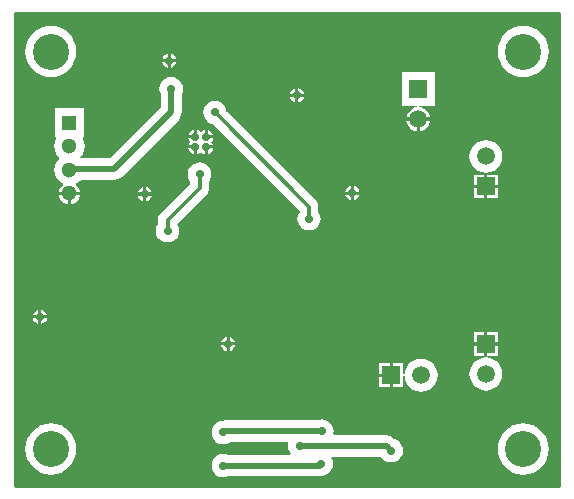
<source format=gbl>
G04 Layer_Physical_Order=2*
G04 Layer_Color=16711680*
%FSLAX42Y42*%
%MOMM*%
G71*
G01*
G75*
%ADD32C,0.25*%
%ADD33C,0.51*%
%ADD34C,0.30*%
%ADD36C,1.30*%
%ADD37R,1.20X1.20*%
%ADD38C,1.50*%
%ADD39R,1.50X1.50*%
%ADD40R,1.52X1.52*%
%ADD41C,1.52*%
%ADD42R,1.52X1.52*%
%ADD43C,3.05*%
%ADD44C,0.71*%
G36*
X7595Y7493D02*
Y3505D01*
X7582Y3492D01*
X7569Y3505D01*
X3006D01*
X2997Y3514D01*
X3000Y7491D01*
X3009Y7500D01*
X7595Y7493D01*
D02*
G37*
%LPC*%
G36*
X3197Y4990D02*
X3186Y4987D01*
X3166Y4974D01*
X3153Y4954D01*
X3150Y4943D01*
X3197D01*
Y4990D01*
D02*
G37*
G36*
X3223D02*
Y4943D01*
X3270D01*
X3267Y4954D01*
X3254Y4974D01*
X3234Y4987D01*
X3223Y4990D01*
D02*
G37*
G36*
X4562Y6237D02*
X4536Y6233D01*
X4512Y6223D01*
X4491Y6207D01*
X4475Y6187D01*
X4465Y6162D01*
X4462Y6137D01*
X4465Y6111D01*
X4475Y6087D01*
X4482Y6077D01*
Y6053D01*
X4234Y5804D01*
X4221Y5788D01*
X4213Y5769D01*
X4211Y5748D01*
X4211Y5748D01*
Y5718D01*
X4204Y5709D01*
X4194Y5685D01*
X4190Y5659D01*
X4194Y5633D01*
X4204Y5609D01*
X4219Y5588D01*
X4240Y5573D01*
X4264Y5563D01*
X4290Y5559D01*
X4316Y5563D01*
X4340Y5573D01*
X4361Y5588D01*
X4377Y5609D01*
X4387Y5633D01*
X4390Y5659D01*
X4387Y5685D01*
X4377Y5709D01*
X4371Y5717D01*
X4618Y5964D01*
X4618Y5964D01*
X4631Y5980D01*
X4639Y5999D01*
X4641Y6020D01*
X4641Y6020D01*
Y6077D01*
X4648Y6087D01*
X4658Y6111D01*
X4662Y6137D01*
X4658Y6162D01*
X4648Y6187D01*
X4632Y6207D01*
X4612Y6223D01*
X4588Y6233D01*
X4562Y6237D01*
D02*
G37*
G36*
X4816Y4761D02*
Y4714D01*
X4863D01*
X4861Y4725D01*
X4847Y4745D01*
X4827Y4759D01*
X4816Y4761D01*
D02*
G37*
G36*
X3197Y4917D02*
X3150D01*
X3153Y4906D01*
X3166Y4886D01*
X3186Y4873D01*
X3197Y4870D01*
Y4917D01*
D02*
G37*
G36*
X3270D02*
X3223D01*
Y4870D01*
X3234Y4873D01*
X3254Y4886D01*
X3267Y4906D01*
X3270Y4917D01*
D02*
G37*
G36*
X4691Y6760D02*
X4666Y6756D01*
X4641Y6746D01*
X4621Y6731D01*
X4605Y6710D01*
X4595Y6686D01*
X4591Y6660D01*
X4595Y6634D01*
X4605Y6610D01*
X4621Y6589D01*
X4641Y6573D01*
X4666Y6563D01*
X4677Y6562D01*
X5410Y5829D01*
Y5820D01*
X5402Y5811D01*
X5392Y5787D01*
X5389Y5761D01*
X5392Y5735D01*
X5402Y5711D01*
X5418Y5690D01*
X5439Y5674D01*
X5463Y5664D01*
X5489Y5661D01*
X5515Y5664D01*
X5539Y5674D01*
X5560Y5690D01*
X5575Y5711D01*
X5585Y5735D01*
X5589Y5761D01*
X5585Y5787D01*
X5575Y5811D01*
X5568Y5820D01*
Y5862D01*
X5568Y5862D01*
X5567Y5873D01*
X5566Y5883D01*
X5558Y5902D01*
X5545Y5918D01*
X5545Y5918D01*
X4789Y6674D01*
X4788Y6686D01*
X4778Y6710D01*
X4762Y6731D01*
X4741Y6746D01*
X4717Y6756D01*
X4691Y6760D01*
D02*
G37*
G36*
X4157Y5956D02*
X4110D01*
Y5909D01*
X4121Y5912D01*
X4141Y5925D01*
X4154Y5945D01*
X4157Y5956D01*
D02*
G37*
G36*
X5842Y5964D02*
X5795D01*
X5797Y5953D01*
X5811Y5933D01*
X5831Y5919D01*
X5842Y5917D01*
Y5964D01*
D02*
G37*
G36*
X5914D02*
X5867D01*
Y5917D01*
X5878Y5919D01*
X5899Y5933D01*
X5912Y5953D01*
X5914Y5964D01*
D02*
G37*
G36*
X3447Y5961D02*
X3370D01*
X3372Y5950D01*
X3381Y5928D01*
X3396Y5909D01*
X3414Y5895D01*
X3436Y5886D01*
X3447Y5884D01*
Y5961D01*
D02*
G37*
G36*
X3550D02*
X3473D01*
Y5884D01*
X3484Y5886D01*
X3506Y5895D01*
X3524Y5909D01*
X3539Y5928D01*
X3548Y5950D01*
X3550Y5961D01*
D02*
G37*
G36*
X4084Y5956D02*
X4037D01*
X4040Y5945D01*
X4053Y5925D01*
X4073Y5912D01*
X4084Y5909D01*
Y5956D01*
D02*
G37*
G36*
X4790Y4761D02*
X4779Y4759D01*
X4759Y4745D01*
X4746Y4725D01*
X4744Y4714D01*
X4790D01*
Y4761D01*
D02*
G37*
G36*
X6985Y4585D02*
X6949Y4580D01*
X6915Y4566D01*
X6886Y4544D01*
X6864Y4515D01*
X6850Y4481D01*
X6845Y4445D01*
X6850Y4409D01*
X6864Y4375D01*
X6886Y4346D01*
X6915Y4324D01*
X6949Y4310D01*
X6985Y4305D01*
X7021Y4310D01*
X7055Y4324D01*
X7084Y4346D01*
X7106Y4375D01*
X7120Y4409D01*
X7125Y4445D01*
X7120Y4481D01*
X7106Y4515D01*
X7084Y4544D01*
X7055Y4566D01*
X7021Y4580D01*
X6985Y4585D01*
D02*
G37*
G36*
X6170Y4422D02*
X6081D01*
Y4333D01*
X6170D01*
Y4422D01*
D02*
G37*
G36*
X6436Y4576D02*
X6400Y4571D01*
X6366Y4557D01*
X6337Y4535D01*
X6314Y4505D01*
X6300Y4471D01*
X6297Y4444D01*
X6284Y4445D01*
Y4536D01*
X6195D01*
Y4435D01*
Y4333D01*
X6284D01*
Y4425D01*
X6297Y4426D01*
X6300Y4398D01*
X6314Y4364D01*
X6337Y4335D01*
X6366Y4313D01*
X6400Y4299D01*
X6436Y4294D01*
X6473Y4299D01*
X6507Y4313D01*
X6536Y4335D01*
X6558Y4364D01*
X6572Y4398D01*
X6577Y4435D01*
X6572Y4471D01*
X6558Y4505D01*
X6536Y4535D01*
X6507Y4557D01*
X6473Y4571D01*
X6436Y4576D01*
D02*
G37*
G36*
X3302Y4027D02*
X3260Y4023D01*
X3219Y4010D01*
X3181Y3990D01*
X3149Y3963D01*
X3122Y3931D01*
X3102Y3893D01*
X3089Y3852D01*
X3085Y3810D01*
X3089Y3768D01*
X3102Y3727D01*
X3122Y3689D01*
X3149Y3657D01*
X3181Y3630D01*
X3219Y3610D01*
X3260Y3597D01*
X3302Y3593D01*
X3344Y3597D01*
X3385Y3610D01*
X3423Y3630D01*
X3455Y3657D01*
X3482Y3689D01*
X3502Y3727D01*
X3515Y3768D01*
X3519Y3810D01*
X3515Y3852D01*
X3502Y3893D01*
X3482Y3931D01*
X3455Y3963D01*
X3423Y3990D01*
X3385Y4010D01*
X3344Y4023D01*
X3302Y4027D01*
D02*
G37*
G36*
X7303D02*
X7260Y4023D01*
X7219Y4010D01*
X7182Y3990D01*
X7149Y3963D01*
X7122Y3931D01*
X7102Y3893D01*
X7090Y3852D01*
X7086Y3810D01*
X7090Y3768D01*
X7102Y3727D01*
X7122Y3689D01*
X7149Y3657D01*
X7182Y3630D01*
X7219Y3610D01*
X7260Y3597D01*
X7303Y3593D01*
X7345Y3597D01*
X7386Y3610D01*
X7423Y3630D01*
X7456Y3657D01*
X7483Y3689D01*
X7503Y3727D01*
X7515Y3768D01*
X7519Y3810D01*
X7515Y3852D01*
X7503Y3893D01*
X7483Y3931D01*
X7456Y3963D01*
X7423Y3990D01*
X7386Y4010D01*
X7345Y4023D01*
X7303Y4027D01*
D02*
G37*
G36*
X5598Y4062D02*
X5572Y4059D01*
X5556Y4052D01*
X4775D01*
X4752Y4049D01*
X4749Y4048D01*
X4737Y4046D01*
X4713Y4036D01*
X4692Y4020D01*
X4676Y4000D01*
X4666Y3976D01*
X4663Y3950D01*
X4666Y3924D01*
X4676Y3900D01*
X4692Y3879D01*
X4713Y3863D01*
X4737Y3853D01*
X4762Y3850D01*
X4788Y3853D01*
X4812Y3863D01*
X4825Y3873D01*
X5307D01*
X5313Y3864D01*
X5314Y3860D01*
X5310Y3835D01*
X5314Y3810D01*
X5324Y3785D01*
X5333Y3773D01*
X5327Y3760D01*
X4805D01*
X4788Y3767D01*
X4762Y3770D01*
X4737Y3767D01*
X4713Y3757D01*
X4692Y3741D01*
X4676Y3720D01*
X4666Y3696D01*
X4663Y3670D01*
X4666Y3644D01*
X4676Y3620D01*
X4692Y3600D01*
X4713Y3584D01*
X4737Y3574D01*
X4762Y3570D01*
X4788Y3574D01*
X4805Y3581D01*
X5578D01*
X5601Y3584D01*
X5604Y3585D01*
X5616Y3586D01*
X5640Y3596D01*
X5661Y3612D01*
X5677Y3633D01*
X5687Y3657D01*
X5690Y3683D01*
X5687Y3709D01*
X5677Y3733D01*
X5676Y3734D01*
X5682Y3746D01*
X6100D01*
X6114Y3727D01*
X6135Y3711D01*
X6159Y3701D01*
X6185Y3697D01*
X6211Y3701D01*
X6235Y3711D01*
X6256Y3727D01*
X6271Y3747D01*
X6281Y3771D01*
X6285Y3797D01*
X6281Y3823D01*
X6271Y3847D01*
X6256Y3868D01*
X6235Y3884D01*
X6218Y3891D01*
X6210Y3899D01*
X6192Y3913D01*
X6170Y3922D01*
X6147Y3925D01*
X5701D01*
X5696Y3934D01*
X5695Y3938D01*
X5698Y3962D01*
X5695Y3988D01*
X5685Y4012D01*
X5669Y4033D01*
X5648Y4049D01*
X5624Y4059D01*
X5598Y4062D01*
D02*
G37*
G36*
X6170Y4536D02*
X6081D01*
Y4448D01*
X6170D01*
Y4536D01*
D02*
G37*
G36*
X4863Y4689D02*
X4816D01*
Y4642D01*
X4827Y4644D01*
X4847Y4658D01*
X4861Y4678D01*
X4863Y4689D01*
D02*
G37*
G36*
X6972Y4799D02*
X6885D01*
Y4712D01*
X6972D01*
Y4799D01*
D02*
G37*
G36*
X7085D02*
X6998D01*
Y4712D01*
X7085D01*
Y4799D01*
D02*
G37*
G36*
X6972Y4686D02*
X6885D01*
Y4599D01*
X6972D01*
Y4686D01*
D02*
G37*
G36*
X7085D02*
X6998D01*
Y4599D01*
X7085D01*
Y4686D01*
D02*
G37*
G36*
X4790Y4689D02*
X4744D01*
X4746Y4678D01*
X4759Y4658D01*
X4779Y4644D01*
X4790Y4642D01*
Y4689D01*
D02*
G37*
G36*
X5372Y6792D02*
X5325D01*
X5327Y6781D01*
X5341Y6761D01*
X5361Y6747D01*
X5372Y6745D01*
Y6792D01*
D02*
G37*
G36*
X5444D02*
X5397D01*
Y6745D01*
X5409Y6747D01*
X5429Y6761D01*
X5442Y6781D01*
X5444Y6792D01*
D02*
G37*
G36*
X5372Y6864D02*
X5361Y6862D01*
X5341Y6849D01*
X5327Y6828D01*
X5325Y6817D01*
X5372D01*
Y6864D01*
D02*
G37*
G36*
X6553Y6998D02*
X6274D01*
Y6718D01*
X6406D01*
X6407Y6706D01*
X6387Y6703D01*
X6362Y6693D01*
X6341Y6676D01*
X6325Y6655D01*
X6315Y6631D01*
X6313Y6617D01*
X6414D01*
X6514D01*
X6512Y6631D01*
X6502Y6655D01*
X6486Y6676D01*
X6465Y6693D01*
X6440Y6703D01*
X6420Y6706D01*
X6421Y6718D01*
X6553D01*
Y6998D01*
D02*
G37*
G36*
X4605Y6514D02*
X4594Y6512D01*
X4574Y6498D01*
X4570D01*
X4550Y6512D01*
X4539Y6514D01*
Y6454D01*
X4526D01*
Y6441D01*
X4467D01*
X4469Y6430D01*
X4482Y6411D01*
X4469Y6392D01*
X4467Y6380D01*
X4526D01*
Y6368D01*
X4539D01*
Y6308D01*
X4550Y6310D01*
X4570Y6324D01*
X4574D01*
X4594Y6310D01*
X4605Y6308D01*
Y6368D01*
X4618D01*
Y6380D01*
X4677D01*
X4675Y6392D01*
X4662Y6411D01*
X4675Y6430D01*
X4677Y6441D01*
X4618D01*
Y6454D01*
X4605D01*
Y6514D01*
D02*
G37*
G36*
X6401Y6591D02*
X6313D01*
X6315Y6577D01*
X6325Y6553D01*
X6341Y6532D01*
X6362Y6515D01*
X6387Y6505D01*
X6401Y6503D01*
Y6591D01*
D02*
G37*
G36*
X6514D02*
X6426D01*
Y6503D01*
X6440Y6505D01*
X6465Y6515D01*
X6486Y6532D01*
X6502Y6553D01*
X6512Y6577D01*
X6514Y6591D01*
D02*
G37*
G36*
X4365Y7087D02*
X4318D01*
Y7040D01*
X4329Y7042D01*
X4349Y7055D01*
X4363Y7076D01*
X4365Y7087D01*
D02*
G37*
G36*
X4293Y7159D02*
X4282Y7157D01*
X4261Y7143D01*
X4248Y7123D01*
X4246Y7112D01*
X4293D01*
Y7159D01*
D02*
G37*
G36*
X4318D02*
Y7112D01*
X4365D01*
X4363Y7123D01*
X4349Y7143D01*
X4329Y7157D01*
X4318Y7159D01*
D02*
G37*
G36*
X4293Y7087D02*
X4246D01*
X4248Y7076D01*
X4261Y7055D01*
X4282Y7042D01*
X4293Y7040D01*
Y7087D01*
D02*
G37*
G36*
X5397Y6864D02*
Y6817D01*
X5444D01*
X5442Y6828D01*
X5429Y6849D01*
X5409Y6862D01*
X5397Y6864D01*
D02*
G37*
G36*
X3302Y7392D02*
X3260Y7388D01*
X3219Y7376D01*
X3181Y7356D01*
X3149Y7329D01*
X3122Y7296D01*
X3102Y7259D01*
X3089Y7218D01*
X3085Y7175D01*
X3089Y7133D01*
X3102Y7092D01*
X3122Y7055D01*
X3149Y7022D01*
X3181Y6995D01*
X3219Y6975D01*
X3260Y6963D01*
X3302Y6959D01*
X3344Y6963D01*
X3385Y6975D01*
X3423Y6995D01*
X3455Y7022D01*
X3482Y7055D01*
X3502Y7092D01*
X3515Y7133D01*
X3519Y7175D01*
X3515Y7218D01*
X3502Y7259D01*
X3482Y7296D01*
X3455Y7329D01*
X3423Y7356D01*
X3385Y7376D01*
X3344Y7388D01*
X3302Y7392D01*
D02*
G37*
G36*
X7303D02*
X7260Y7388D01*
X7219Y7376D01*
X7182Y7356D01*
X7149Y7329D01*
X7122Y7296D01*
X7102Y7259D01*
X7090Y7218D01*
X7086Y7175D01*
X7090Y7133D01*
X7102Y7092D01*
X7122Y7055D01*
X7149Y7022D01*
X7182Y6995D01*
X7219Y6975D01*
X7260Y6963D01*
X7303Y6959D01*
X7345Y6963D01*
X7386Y6975D01*
X7423Y6995D01*
X7456Y7022D01*
X7483Y7055D01*
X7503Y7092D01*
X7515Y7133D01*
X7519Y7175D01*
X7515Y7218D01*
X7503Y7259D01*
X7483Y7296D01*
X7456Y7329D01*
X7423Y7356D01*
X7386Y7376D01*
X7345Y7388D01*
X7303Y7392D01*
D02*
G37*
G36*
X5842Y6036D02*
X5831Y6034D01*
X5811Y6021D01*
X5797Y6000D01*
X5795Y5989D01*
X5842D01*
Y6036D01*
D02*
G37*
G36*
X5867D02*
Y5989D01*
X5914D01*
X5912Y6000D01*
X5899Y6021D01*
X5878Y6034D01*
X5867Y6036D01*
D02*
G37*
G36*
X6972Y6133D02*
X6885D01*
Y6045D01*
X6972D01*
Y6133D01*
D02*
G37*
G36*
X4110Y6029D02*
Y5982D01*
X4157D01*
X4154Y5993D01*
X4141Y6013D01*
X4121Y6026D01*
X4110Y6029D01*
D02*
G37*
G36*
X6972Y6020D02*
X6885D01*
Y5932D01*
X6972D01*
Y6020D01*
D02*
G37*
G36*
X7085D02*
X6998D01*
Y5932D01*
X7085D01*
Y6020D01*
D02*
G37*
G36*
X4084Y6029D02*
X4073Y6026D01*
X4053Y6013D01*
X4040Y5993D01*
X4037Y5982D01*
X4084D01*
Y6029D01*
D02*
G37*
G36*
X4677Y6355D02*
X4630D01*
Y6308D01*
X4642Y6310D01*
X4662Y6324D01*
X4675Y6344D01*
X4677Y6355D01*
D02*
G37*
G36*
X4514Y6514D02*
X4502Y6512D01*
X4482Y6498D01*
X4469Y6478D01*
X4467Y6467D01*
X4514D01*
Y6514D01*
D02*
G37*
G36*
X4630D02*
Y6467D01*
X4677D01*
X4675Y6478D01*
X4662Y6498D01*
X4642Y6512D01*
X4630Y6514D01*
D02*
G37*
G36*
X4514Y6355D02*
X4467D01*
X4469Y6344D01*
X4482Y6324D01*
X4502Y6310D01*
X4514Y6308D01*
Y6355D01*
D02*
G37*
G36*
X7085Y6133D02*
X6998D01*
Y6045D01*
X7085D01*
Y6133D01*
D02*
G37*
G36*
X6985Y6426D02*
X6949Y6421D01*
X6915Y6407D01*
X6886Y6385D01*
X6864Y6356D01*
X6850Y6323D01*
X6845Y6287D01*
X6850Y6250D01*
X6864Y6217D01*
X6886Y6188D01*
X6915Y6166D01*
X6949Y6152D01*
X6985Y6147D01*
X7021Y6152D01*
X7055Y6166D01*
X7084Y6188D01*
X7106Y6217D01*
X7120Y6250D01*
X7125Y6287D01*
X7120Y6323D01*
X7106Y6356D01*
X7084Y6385D01*
X7055Y6407D01*
X7021Y6421D01*
X6985Y6426D01*
D02*
G37*
G36*
X4321Y6960D02*
X4295Y6957D01*
X4271Y6947D01*
X4250Y6931D01*
X4234Y6910D01*
X4224Y6886D01*
X4221Y6861D01*
X4224Y6835D01*
X4231Y6818D01*
Y6697D01*
X3804Y6270D01*
X3556D01*
X3552Y6281D01*
X3552Y6282D01*
X3572Y6309D01*
X3585Y6340D01*
X3590Y6374D01*
X3585Y6407D01*
X3573Y6438D01*
X3576Y6447D01*
X3578Y6450D01*
X3583D01*
Y6697D01*
X3337D01*
Y6450D01*
X3342D01*
X3344Y6447D01*
X3347Y6438D01*
X3335Y6407D01*
X3330Y6374D01*
X3335Y6340D01*
X3348Y6309D01*
X3368Y6282D01*
X3371Y6280D01*
Y6267D01*
X3368Y6265D01*
X3348Y6239D01*
X3335Y6207D01*
X3330Y6174D01*
X3335Y6140D01*
X3348Y6109D01*
X3368Y6082D01*
X3395Y6062D01*
X3402Y6059D01*
X3403Y6044D01*
X3396Y6038D01*
X3381Y6019D01*
X3372Y5997D01*
X3370Y5986D01*
X3460D01*
X3550D01*
X3548Y5997D01*
X3539Y6019D01*
X3524Y6038D01*
X3517Y6044D01*
X3518Y6059D01*
X3525Y6062D01*
X3552Y6082D01*
X3558Y6090D01*
X3841D01*
X3864Y6093D01*
X3885Y6102D01*
X3904Y6117D01*
X4384Y6596D01*
X4398Y6615D01*
X4407Y6637D01*
X4410Y6660D01*
Y6818D01*
X4417Y6835D01*
X4420Y6861D01*
X4417Y6886D01*
X4407Y6910D01*
X4391Y6931D01*
X4370Y6947D01*
X4346Y6957D01*
X4321Y6960D01*
D02*
G37*
%LPD*%
D32*
X3000Y3500D02*
Y7500D01*
X7603D01*
Y3500D02*
Y7500D01*
X3000Y3500D02*
X7603D01*
D33*
X3466Y6180D02*
X3841D01*
X3460Y6174D02*
X3466Y6180D01*
X3841D02*
X4321Y6660D01*
X6147Y3835D02*
X6185Y3797D01*
X5410Y3835D02*
X6147D01*
X4775Y3962D02*
X5598D01*
X5578Y3670D02*
X5591Y3683D01*
X4762Y3670D02*
X5578D01*
X4321Y6660D02*
Y6861D01*
X4762Y3950D02*
X4775Y3962D01*
D34*
X4290Y5659D02*
Y5748D01*
X4562Y6020D01*
Y6137D01*
X4691Y6660D02*
X5489Y5862D01*
Y5761D02*
Y5862D01*
D36*
X3460Y6374D02*
D03*
Y6174D02*
D03*
Y5974D02*
D03*
D37*
Y6574D02*
D03*
D38*
X6985Y6287D02*
D03*
Y4445D02*
D03*
D39*
Y6033D02*
D03*
Y4699D02*
D03*
D40*
X6414Y6858D02*
D03*
D41*
Y6604D02*
D03*
X6436Y4435D02*
D03*
D42*
X6182D02*
D03*
D43*
X3302Y7175D02*
D03*
Y3810D02*
D03*
X7303D02*
D03*
Y7175D02*
D03*
D44*
X3210Y4930D02*
D03*
X4305Y7099D02*
D03*
X5855Y5977D02*
D03*
X4803Y4702D02*
D03*
X5489Y5761D02*
D03*
X4691Y6660D02*
D03*
X5385Y6805D02*
D03*
X4321Y6861D02*
D03*
X4562Y6137D02*
D03*
X4290Y5659D02*
D03*
X4762Y3950D02*
D03*
X6185Y3797D02*
D03*
X5410Y3835D02*
D03*
X4762Y3670D02*
D03*
X5598Y3962D02*
D03*
X5591Y3683D02*
D03*
X4097Y5969D02*
D03*
X4526Y6454D02*
D03*
X4618Y6368D02*
D03*
Y6454D02*
D03*
X4526Y6368D02*
D03*
M02*

</source>
